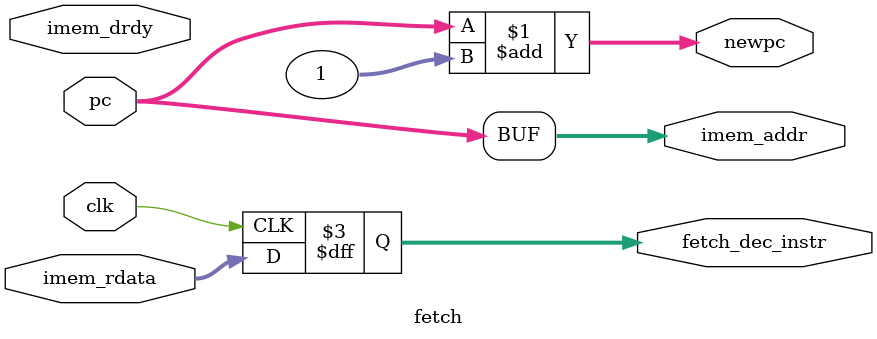
<source format=sv>

/*
 * Module 'fetch'
 *
 * Implements the instruction fetch stage of the processor.
 */
module fetch (
    /* General inputs. */
    input wire clk,
    input wire [31:0] pc,

    /* Memory interface wires. */
    output wire [31:0] imem_addr,  /* The address we want to read. */
    input  wire        imem_drdy,  /* Asserted when imem_rdata is ready. */
    input  wire [31:0] imem_rdata, /* The data that we read. */

    /* The fetched instruction. */
    output logic [31:0] fetch_dec_instr,
    output wire [31:0] newpc       /* The new pc. */
);

  /* The PC holds the value of the next instruction to be executed. */
  assign imem_addr = pc;
  assign newpc = pc + 1;

  /* Awesome branch predictor. We won't take the branch. */
  always_ff @(posedge clk) begin
    fetch_dec_instr <= imem_rdata;
  end
endmodule

</source>
